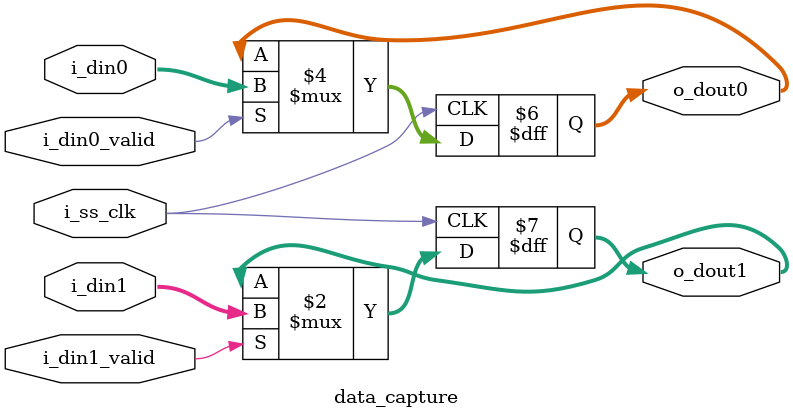
<source format=sv>
`timescale 1ns / 1ps

//////////////////////////////////////////////////////////////////////////////////

module data_capture(
    input   logic       i_ss_clk,
    input   logic [7:0] i_din0,
    input   logic [7:0] i_din1,
    input   logic       i_din0_valid,
    input   logic       i_din1_valid,
    output  logic [7:0] o_dout0,
    output  logic [7:0] o_dout1
);

    // Source synchronous
    always_ff @(posedge i_ss_clk) begin
        if (i_din0_valid)
            o_dout0 <= i_din0;
        if (i_din1_valid)
            o_dout1 <= i_din1;
    end

endmodule
</source>
